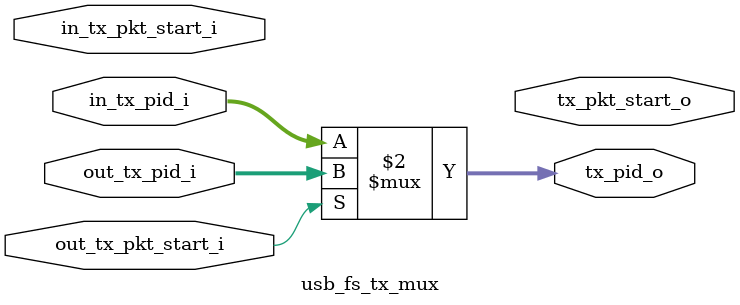
<source format=sv>

module usb_fs_tx_mux (
  // interface to IN Protocol Engine
  input  logic in_tx_pkt_start_i,
  input  logic [3:0] in_tx_pid_i,

  // interface to OUT Protocol Engine
  input  logic out_tx_pkt_start_i,
  input  logic [3:0] out_tx_pid_i,

  // interface to tx module
  output logic tx_pkt_start_o,
  output logic [3:0] tx_pid_o
);

  // assign tx_pkt_start_o = in_tx_pkt_start_i | out_tx_pkt_start_i; // BUG_5: Inserted missing_assignment bug
  assign tx_pid_o       = (out_tx_pkt_start_i | out_tx_pkt_start_i) ? out_tx_pid_i : in_tx_pid_i; // BUG_6: Inserted logic_bug bug

endmodule
</source>
